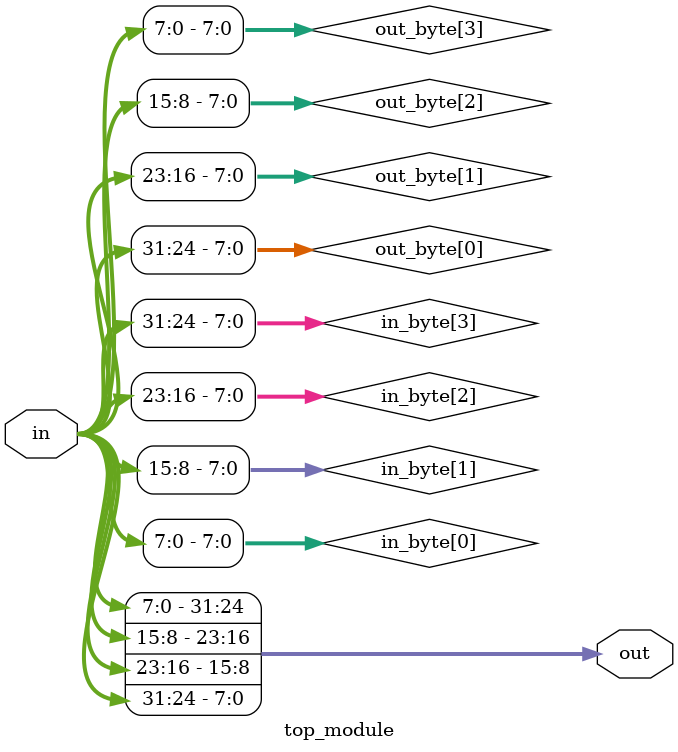
<source format=sv>
module top_module (
	input [31:0] in,
	output [31:0] out
);

  // Wire Declarations
  wire [7:0] in_byte [3:0];
  wire [7:0] out_byte [3:0];
  
  // Assign bytes
  assign in_byte[0] = in[7:0];
  assign in_byte[1] = in[15:8];
  assign in_byte[2] = in[23:16];
  assign in_byte[3] = in[31:24];
  
  // Reverse the byte order
  assign out_byte[0] = in_byte[3];
  assign out_byte[1] = in_byte[2];
  assign out_byte[2] = in_byte[1];
  assign out_byte[3] = in_byte[0];
  
  // Concatenate the bytes to form the output
  assign out = {out_byte[3], out_byte[2], out_byte[1], out_byte[0]};
  
endmodule

</source>
